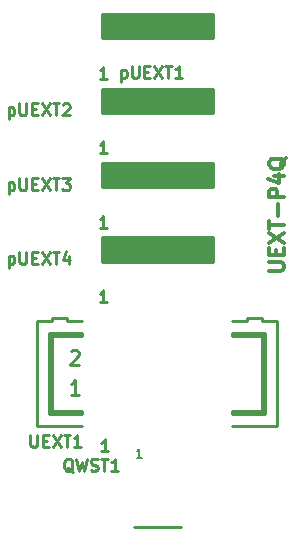
<source format=gbr>
G04 #@! TF.GenerationSoftware,KiCad,Pcbnew,5.1.0-rc2-unknown-036be7d~80~ubuntu16.04.1*
G04 #@! TF.CreationDate,2023-05-22T15:02:47+03:00*
G04 #@! TF.ProjectId,UEXT-P4Q_Rev_A,55455854-2d50-4345-915f-5265765f412e,A*
G04 #@! TF.SameCoordinates,Original*
G04 #@! TF.FileFunction,Legend,Top*
G04 #@! TF.FilePolarity,Positive*
%FSLAX46Y46*%
G04 Gerber Fmt 4.6, Leading zero omitted, Abs format (unit mm)*
G04 Created by KiCad (PCBNEW 5.1.0-rc2-unknown-036be7d~80~ubuntu16.04.1) date 2023-05-22 15:02:47*
%MOMM*%
%LPD*%
G04 APERTURE LIST*
%ADD10C,0.254000*%
%ADD11C,0.317500*%
%ADD12C,0.190500*%
G04 APERTURE END LIST*
D10*
X82840285Y-164416619D02*
X82259714Y-164416619D01*
X82550000Y-164416619D02*
X82550000Y-163400619D01*
X82453238Y-163545761D01*
X82356476Y-163642523D01*
X82259714Y-163690904D01*
D11*
X96459523Y-149116142D02*
X97487619Y-149116142D01*
X97608571Y-149055666D01*
X97669047Y-148995190D01*
X97729523Y-148874238D01*
X97729523Y-148632333D01*
X97669047Y-148511380D01*
X97608571Y-148450904D01*
X97487619Y-148390428D01*
X96459523Y-148390428D01*
X97064285Y-147785666D02*
X97064285Y-147362333D01*
X97729523Y-147180904D02*
X97729523Y-147785666D01*
X96459523Y-147785666D01*
X96459523Y-147180904D01*
X96459523Y-146757571D02*
X97729523Y-145910904D01*
X96459523Y-145910904D02*
X97729523Y-146757571D01*
X96459523Y-145608523D02*
X96459523Y-144882809D01*
X97729523Y-145245666D02*
X96459523Y-145245666D01*
X97245714Y-144459476D02*
X97245714Y-143491857D01*
X97729523Y-142887095D02*
X96459523Y-142887095D01*
X96459523Y-142403285D01*
X96520000Y-142282333D01*
X96580476Y-142221857D01*
X96701428Y-142161380D01*
X96882857Y-142161380D01*
X97003809Y-142221857D01*
X97064285Y-142282333D01*
X97124761Y-142403285D01*
X97124761Y-142887095D01*
X96882857Y-141072809D02*
X97729523Y-141072809D01*
X96399047Y-141375190D02*
X97306190Y-141677571D01*
X97306190Y-140891380D01*
X97850476Y-139560904D02*
X97790000Y-139681857D01*
X97669047Y-139802809D01*
X97487619Y-139984238D01*
X97427142Y-140105190D01*
X97427142Y-140226142D01*
X97729523Y-140165666D02*
X97669047Y-140286619D01*
X97548095Y-140407571D01*
X97306190Y-140468047D01*
X96882857Y-140468047D01*
X96640952Y-140407571D01*
X96520000Y-140286619D01*
X96459523Y-140165666D01*
X96459523Y-139923761D01*
X96520000Y-139802809D01*
X96640952Y-139681857D01*
X96882857Y-139621380D01*
X97306190Y-139621380D01*
X97548095Y-139681857D01*
X97669047Y-139802809D01*
X97729523Y-139923761D01*
X97729523Y-140165666D01*
D10*
G36*
X82301000Y-127400000D02*
G01*
X82301000Y-129454000D01*
X91699000Y-129454000D01*
X91699000Y-127400000D01*
X82301000Y-127400000D01*
G37*
X82301000Y-127400000D02*
X82301000Y-129454000D01*
X91699000Y-129454000D01*
X91699000Y-127400000D01*
X82301000Y-127400000D01*
X82301000Y-127400000D02*
X91699000Y-127400000D01*
X85060000Y-170785000D02*
X89000000Y-170785000D01*
X95636000Y-154498000D02*
X96144000Y-154498000D01*
X95763000Y-161102000D02*
X96017000Y-161102000D01*
X78364000Y-161102000D02*
X77983000Y-161102000D01*
X78364000Y-154498000D02*
X77983000Y-154498000D01*
X78110000Y-154625000D02*
X80650000Y-154625000D01*
X93350000Y-154625000D02*
X95890000Y-154625000D01*
X95890000Y-160975000D02*
X95890000Y-154625000D01*
X78110000Y-154625000D02*
X78110000Y-160975000D01*
X76840000Y-153355000D02*
X78110000Y-153355000D01*
X97160000Y-162245000D02*
X93350000Y-162245000D01*
X97160000Y-162245000D02*
X97160000Y-153355000D01*
X76840000Y-153355000D02*
X76840000Y-162245000D01*
X95890000Y-160975000D02*
X93350000Y-160975000D01*
X80650000Y-160975000D02*
X78110000Y-160975000D01*
X95890000Y-153355000D02*
X95890000Y-153101000D01*
X95890000Y-153101000D02*
X94620000Y-153101000D01*
X94620000Y-153355000D02*
X94620000Y-153101000D01*
X95890000Y-153355000D02*
X97160000Y-153355000D01*
X93350000Y-153355000D02*
X94620000Y-153355000D01*
X79380000Y-153101000D02*
X78110000Y-153101000D01*
X78110000Y-153101000D02*
X78110000Y-153355000D01*
X79380000Y-153101000D02*
X79380000Y-153355000D01*
X79380000Y-153355000D02*
X80650000Y-153355000D01*
X93350000Y-161229000D02*
X96144000Y-161229000D01*
X96144000Y-161229000D02*
X96144000Y-154371000D01*
X96144000Y-154371000D02*
X93350000Y-154371000D01*
X80650000Y-154371000D02*
X77856000Y-154371000D01*
X77856000Y-154371000D02*
X77856000Y-161229000D01*
X77856000Y-161229000D02*
X80650000Y-161229000D01*
X80650000Y-162245000D02*
X76840000Y-162245000D01*
X93350000Y-154625000D02*
X93350000Y-154371000D01*
X93350000Y-161229000D02*
X93350000Y-160975000D01*
X80650000Y-161229000D02*
X80650000Y-160975000D01*
X80650000Y-154625000D02*
X80650000Y-154371000D01*
G36*
X82301000Y-133700000D02*
G01*
X82301000Y-135754000D01*
X91699000Y-135754000D01*
X91699000Y-133700000D01*
X82301000Y-133700000D01*
G37*
X82301000Y-133700000D02*
X82301000Y-135754000D01*
X91699000Y-135754000D01*
X91699000Y-133700000D01*
X82301000Y-133700000D01*
X82301000Y-133700000D02*
X91699000Y-133700000D01*
X82301000Y-140000000D02*
X91699000Y-140000000D01*
G36*
X82301000Y-140000000D02*
G01*
X82301000Y-142054000D01*
X91699000Y-142054000D01*
X91699000Y-140000000D01*
X82301000Y-140000000D01*
G37*
X82301000Y-140000000D02*
X82301000Y-142054000D01*
X91699000Y-142054000D01*
X91699000Y-140000000D01*
X82301000Y-140000000D01*
G36*
X82301000Y-146300000D02*
G01*
X82301000Y-148354000D01*
X91699000Y-148354000D01*
X91699000Y-146300000D01*
X82301000Y-146300000D01*
G37*
X82301000Y-146300000D02*
X82301000Y-148354000D01*
X91699000Y-148354000D01*
X91699000Y-146300000D01*
X82301000Y-146300000D01*
X82301000Y-146300000D02*
X91699000Y-146300000D01*
X83922809Y-132116285D02*
X83922809Y-133132285D01*
X83922809Y-132164666D02*
X84019571Y-132116285D01*
X84213095Y-132116285D01*
X84309857Y-132164666D01*
X84358238Y-132213047D01*
X84406619Y-132309809D01*
X84406619Y-132600095D01*
X84358238Y-132696857D01*
X84309857Y-132745238D01*
X84213095Y-132793619D01*
X84019571Y-132793619D01*
X83922809Y-132745238D01*
X84842047Y-131777619D02*
X84842047Y-132600095D01*
X84890428Y-132696857D01*
X84938809Y-132745238D01*
X85035571Y-132793619D01*
X85229095Y-132793619D01*
X85325857Y-132745238D01*
X85374238Y-132696857D01*
X85422619Y-132600095D01*
X85422619Y-131777619D01*
X85906428Y-132261428D02*
X86245095Y-132261428D01*
X86390238Y-132793619D02*
X85906428Y-132793619D01*
X85906428Y-131777619D01*
X86390238Y-131777619D01*
X86728904Y-131777619D02*
X87406238Y-132793619D01*
X87406238Y-131777619D02*
X86728904Y-132793619D01*
X87648142Y-131777619D02*
X88228714Y-131777619D01*
X87938428Y-132793619D02*
X87938428Y-131777619D01*
X89099571Y-132793619D02*
X88519000Y-132793619D01*
X88809285Y-132793619D02*
X88809285Y-131777619D01*
X88712523Y-131922761D01*
X88615761Y-132019523D01*
X88519000Y-132067904D01*
X82718285Y-132877619D02*
X82137714Y-132877619D01*
X82428000Y-132877619D02*
X82428000Y-131861619D01*
X82331238Y-132006761D01*
X82234476Y-132103523D01*
X82137714Y-132151904D01*
X79858809Y-166164380D02*
X79762047Y-166116000D01*
X79665285Y-166019238D01*
X79520142Y-165874095D01*
X79423380Y-165825714D01*
X79326619Y-165825714D01*
X79375000Y-166067619D02*
X79278238Y-166019238D01*
X79181476Y-165922476D01*
X79133095Y-165728952D01*
X79133095Y-165390285D01*
X79181476Y-165196761D01*
X79278238Y-165100000D01*
X79375000Y-165051619D01*
X79568523Y-165051619D01*
X79665285Y-165100000D01*
X79762047Y-165196761D01*
X79810428Y-165390285D01*
X79810428Y-165728952D01*
X79762047Y-165922476D01*
X79665285Y-166019238D01*
X79568523Y-166067619D01*
X79375000Y-166067619D01*
X80149095Y-165051619D02*
X80391000Y-166067619D01*
X80584523Y-165341904D01*
X80778047Y-166067619D01*
X81019952Y-165051619D01*
X81358619Y-166019238D02*
X81503761Y-166067619D01*
X81745666Y-166067619D01*
X81842428Y-166019238D01*
X81890809Y-165970857D01*
X81939190Y-165874095D01*
X81939190Y-165777333D01*
X81890809Y-165680571D01*
X81842428Y-165632190D01*
X81745666Y-165583809D01*
X81552142Y-165535428D01*
X81455380Y-165487047D01*
X81407000Y-165438666D01*
X81358619Y-165341904D01*
X81358619Y-165245142D01*
X81407000Y-165148380D01*
X81455380Y-165100000D01*
X81552142Y-165051619D01*
X81794047Y-165051619D01*
X81939190Y-165100000D01*
X82229476Y-165051619D02*
X82810047Y-165051619D01*
X82519761Y-166067619D02*
X82519761Y-165051619D01*
X83680904Y-166067619D02*
X83100333Y-166067619D01*
X83390619Y-166067619D02*
X83390619Y-165051619D01*
X83293857Y-165196761D01*
X83197095Y-165293523D01*
X83100333Y-165341904D01*
D12*
X85688714Y-164936714D02*
X85253285Y-164936714D01*
X85471000Y-164936714D02*
X85471000Y-164174714D01*
X85398428Y-164283571D01*
X85325857Y-164356142D01*
X85253285Y-164392428D01*
D10*
X76254428Y-163019619D02*
X76254428Y-163842095D01*
X76302809Y-163938857D01*
X76351190Y-163987238D01*
X76447952Y-164035619D01*
X76641476Y-164035619D01*
X76738238Y-163987238D01*
X76786619Y-163938857D01*
X76835000Y-163842095D01*
X76835000Y-163019619D01*
X77318809Y-163503428D02*
X77657476Y-163503428D01*
X77802619Y-164035619D02*
X77318809Y-164035619D01*
X77318809Y-163019619D01*
X77802619Y-163019619D01*
X78141285Y-163019619D02*
X78818619Y-164035619D01*
X78818619Y-163019619D02*
X78141285Y-164035619D01*
X79060523Y-163019619D02*
X79641095Y-163019619D01*
X79350809Y-164035619D02*
X79350809Y-163019619D01*
X80511952Y-164035619D02*
X79931380Y-164035619D01*
X80221666Y-164035619D02*
X80221666Y-163019619D01*
X80124904Y-163164761D01*
X80028142Y-163261523D01*
X79931380Y-163309904D01*
X80377857Y-159644523D02*
X79652142Y-159644523D01*
X80015000Y-159644523D02*
X80015000Y-158374523D01*
X79894047Y-158555952D01*
X79773095Y-158676904D01*
X79652142Y-158737380D01*
X79652142Y-155955476D02*
X79712619Y-155895000D01*
X79833571Y-155834523D01*
X80135952Y-155834523D01*
X80256904Y-155895000D01*
X80317380Y-155955476D01*
X80377857Y-156076428D01*
X80377857Y-156197380D01*
X80317380Y-156378809D01*
X79591666Y-157104523D01*
X80377857Y-157104523D01*
X74397809Y-135291285D02*
X74397809Y-136307285D01*
X74397809Y-135339666D02*
X74494571Y-135291285D01*
X74688095Y-135291285D01*
X74784857Y-135339666D01*
X74833238Y-135388047D01*
X74881619Y-135484809D01*
X74881619Y-135775095D01*
X74833238Y-135871857D01*
X74784857Y-135920238D01*
X74688095Y-135968619D01*
X74494571Y-135968619D01*
X74397809Y-135920238D01*
X75317047Y-134952619D02*
X75317047Y-135775095D01*
X75365428Y-135871857D01*
X75413809Y-135920238D01*
X75510571Y-135968619D01*
X75704095Y-135968619D01*
X75800857Y-135920238D01*
X75849238Y-135871857D01*
X75897619Y-135775095D01*
X75897619Y-134952619D01*
X76381428Y-135436428D02*
X76720095Y-135436428D01*
X76865238Y-135968619D02*
X76381428Y-135968619D01*
X76381428Y-134952619D01*
X76865238Y-134952619D01*
X77203904Y-134952619D02*
X77881238Y-135968619D01*
X77881238Y-134952619D02*
X77203904Y-135968619D01*
X78123142Y-134952619D02*
X78703714Y-134952619D01*
X78413428Y-135968619D02*
X78413428Y-134952619D01*
X78994000Y-135049380D02*
X79042380Y-135001000D01*
X79139142Y-134952619D01*
X79381047Y-134952619D01*
X79477809Y-135001000D01*
X79526190Y-135049380D01*
X79574571Y-135146142D01*
X79574571Y-135242904D01*
X79526190Y-135388047D01*
X78945619Y-135968619D01*
X79574571Y-135968619D01*
X82718285Y-139177619D02*
X82137714Y-139177619D01*
X82428000Y-139177619D02*
X82428000Y-138161619D01*
X82331238Y-138306761D01*
X82234476Y-138403523D01*
X82137714Y-138451904D01*
X74397809Y-141641285D02*
X74397809Y-142657285D01*
X74397809Y-141689666D02*
X74494571Y-141641285D01*
X74688095Y-141641285D01*
X74784857Y-141689666D01*
X74833238Y-141738047D01*
X74881619Y-141834809D01*
X74881619Y-142125095D01*
X74833238Y-142221857D01*
X74784857Y-142270238D01*
X74688095Y-142318619D01*
X74494571Y-142318619D01*
X74397809Y-142270238D01*
X75317047Y-141302619D02*
X75317047Y-142125095D01*
X75365428Y-142221857D01*
X75413809Y-142270238D01*
X75510571Y-142318619D01*
X75704095Y-142318619D01*
X75800857Y-142270238D01*
X75849238Y-142221857D01*
X75897619Y-142125095D01*
X75897619Y-141302619D01*
X76381428Y-141786428D02*
X76720095Y-141786428D01*
X76865238Y-142318619D02*
X76381428Y-142318619D01*
X76381428Y-141302619D01*
X76865238Y-141302619D01*
X77203904Y-141302619D02*
X77881238Y-142318619D01*
X77881238Y-141302619D02*
X77203904Y-142318619D01*
X78123142Y-141302619D02*
X78703714Y-141302619D01*
X78413428Y-142318619D02*
X78413428Y-141302619D01*
X78945619Y-141302619D02*
X79574571Y-141302619D01*
X79235904Y-141689666D01*
X79381047Y-141689666D01*
X79477809Y-141738047D01*
X79526190Y-141786428D01*
X79574571Y-141883190D01*
X79574571Y-142125095D01*
X79526190Y-142221857D01*
X79477809Y-142270238D01*
X79381047Y-142318619D01*
X79090761Y-142318619D01*
X78994000Y-142270238D01*
X78945619Y-142221857D01*
X82718285Y-145477619D02*
X82137714Y-145477619D01*
X82428000Y-145477619D02*
X82428000Y-144461619D01*
X82331238Y-144606761D01*
X82234476Y-144703523D01*
X82137714Y-144751904D01*
X74397809Y-147864285D02*
X74397809Y-148880285D01*
X74397809Y-147912666D02*
X74494571Y-147864285D01*
X74688095Y-147864285D01*
X74784857Y-147912666D01*
X74833238Y-147961047D01*
X74881619Y-148057809D01*
X74881619Y-148348095D01*
X74833238Y-148444857D01*
X74784857Y-148493238D01*
X74688095Y-148541619D01*
X74494571Y-148541619D01*
X74397809Y-148493238D01*
X75317047Y-147525619D02*
X75317047Y-148348095D01*
X75365428Y-148444857D01*
X75413809Y-148493238D01*
X75510571Y-148541619D01*
X75704095Y-148541619D01*
X75800857Y-148493238D01*
X75849238Y-148444857D01*
X75897619Y-148348095D01*
X75897619Y-147525619D01*
X76381428Y-148009428D02*
X76720095Y-148009428D01*
X76865238Y-148541619D02*
X76381428Y-148541619D01*
X76381428Y-147525619D01*
X76865238Y-147525619D01*
X77203904Y-147525619D02*
X77881238Y-148541619D01*
X77881238Y-147525619D02*
X77203904Y-148541619D01*
X78123142Y-147525619D02*
X78703714Y-147525619D01*
X78413428Y-148541619D02*
X78413428Y-147525619D01*
X79477809Y-147864285D02*
X79477809Y-148541619D01*
X79235904Y-147477238D02*
X78994000Y-148202952D01*
X79622952Y-148202952D01*
X82718285Y-151777619D02*
X82137714Y-151777619D01*
X82428000Y-151777619D02*
X82428000Y-150761619D01*
X82331238Y-150906761D01*
X82234476Y-151003523D01*
X82137714Y-151051904D01*
M02*

</source>
